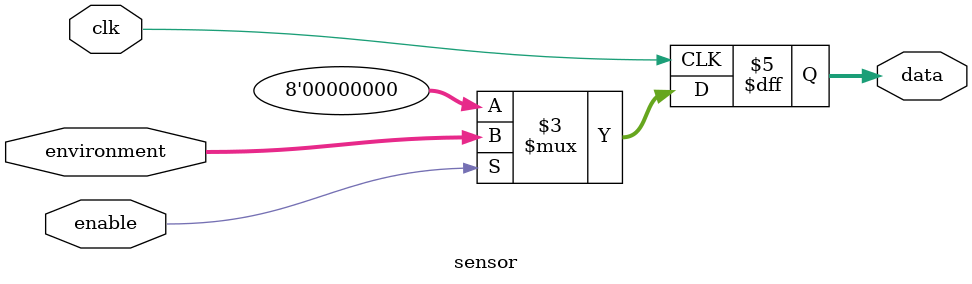
<source format=v>
module sensor(
    input wire [7:0] environment,             // Analog input from the environment
    input wire clk,                      // Clock signal
    input wire enable,                   // Enable signal
    output reg [7:0] data                // Output sensor data
);

    always @(posedge clk) begin
        if (enable) begin
            // Process the environment input and convert it to digital data
            data <= environment; // Scale to 8-bit value
        end else begin
            data <= 8'b0; // Reset output when not enabled
        end
    end

endmodule

</source>
